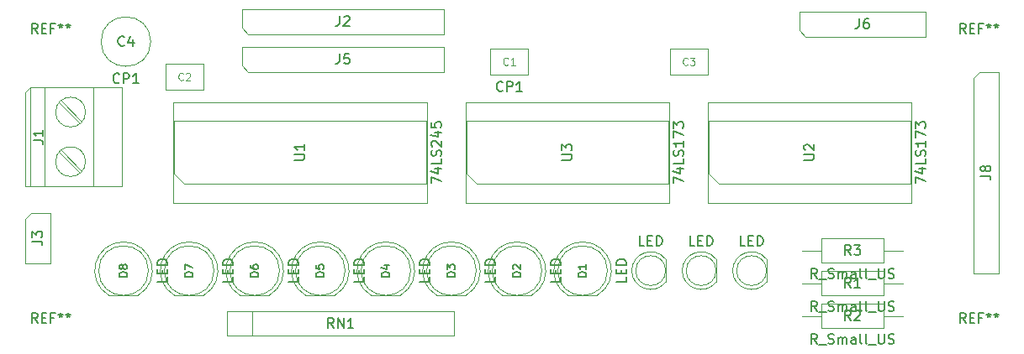
<source format=gbr>
%TF.GenerationSoftware,KiCad,Pcbnew,(5.1.9-0-10_14)*%
%TF.CreationDate,2021-05-20T01:37:57-04:00*%
%TF.ProjectId,REGISTER,52454749-5354-4455-922e-6b696361645f,rev?*%
%TF.SameCoordinates,Original*%
%TF.FileFunction,Other,Fab,Top*%
%FSLAX46Y46*%
G04 Gerber Fmt 4.6, Leading zero omitted, Abs format (unit mm)*
G04 Created by KiCad (PCBNEW (5.1.9-0-10_14)) date 2021-05-20 01:37:57*
%MOMM*%
%LPD*%
G01*
G04 APERTURE LIST*
%ADD10C,0.100000*%
%ADD11C,0.150000*%
%ADD12C,0.114000*%
%ADD13C,0.200000*%
G04 APERTURE END LIST*
D10*
%TO.C,J6*%
X141986000Y-69469000D02*
X141986000Y-67564000D01*
X141986000Y-67564000D02*
X154686000Y-67564000D01*
X154686000Y-67564000D02*
X154686000Y-70104000D01*
X154686000Y-70104000D02*
X142621000Y-70104000D01*
X142621000Y-70104000D02*
X141986000Y-69469000D01*
%TO.C,J2*%
X85852000Y-69215000D02*
X85852000Y-67310000D01*
X85852000Y-67310000D02*
X106172000Y-67310000D01*
X106172000Y-67310000D02*
X106172000Y-69850000D01*
X106172000Y-69850000D02*
X86487000Y-69850000D01*
X86487000Y-69850000D02*
X85852000Y-69215000D01*
%TO.C,C1*%
X110856000Y-71344000D02*
X110856000Y-73944000D01*
X110856000Y-73944000D02*
X114656000Y-73944000D01*
X114656000Y-73944000D02*
X114656000Y-71344000D01*
X114656000Y-71344000D02*
X110856000Y-71344000D01*
%TO.C,D11*%
X138660555Y-92560524D02*
G75*
G03*
X138660000Y-94892190I-1500555J-1165476D01*
G01*
X138660000Y-93726000D02*
G75*
G03*
X138660000Y-93726000I-1500000J0D01*
G01*
X138660000Y-94892190D02*
X138660000Y-92559810D01*
%TO.C,D10*%
X133580555Y-92560524D02*
G75*
G03*
X133580000Y-94892190I-1500555J-1165476D01*
G01*
X133580000Y-93726000D02*
G75*
G03*
X133580000Y-93726000I-1500000J0D01*
G01*
X133580000Y-94892190D02*
X133580000Y-92559810D01*
%TO.C,D9*%
X128500555Y-92560524D02*
G75*
G03*
X128500000Y-94892190I-1500555J-1165476D01*
G01*
X128500000Y-93726000D02*
G75*
G03*
X128500000Y-93726000I-1500000J0D01*
G01*
X128500000Y-94892190D02*
X128500000Y-92559810D01*
%TO.C,C4*%
X76652000Y-70612000D02*
G75*
G03*
X76652000Y-70612000I-2500000J0D01*
G01*
%TO.C,C3*%
X132730000Y-73944000D02*
X132730000Y-71344000D01*
X132730000Y-71344000D02*
X128930000Y-71344000D01*
X128930000Y-71344000D02*
X128930000Y-73944000D01*
X128930000Y-73944000D02*
X132730000Y-73944000D01*
%TO.C,C2*%
X81930000Y-75468000D02*
X81930000Y-72868000D01*
X81930000Y-72868000D02*
X78130000Y-72868000D01*
X78130000Y-72868000D02*
X78130000Y-75468000D01*
X78130000Y-75468000D02*
X81930000Y-75468000D01*
%TO.C,U3*%
X108458000Y-83963000D02*
X108458000Y-78613000D01*
X108458000Y-78613000D02*
X128778000Y-78613000D01*
X128778000Y-78613000D02*
X128778000Y-84963000D01*
X128778000Y-84963000D02*
X109458000Y-84963000D01*
X109458000Y-84963000D02*
X108458000Y-83963000D01*
X108398000Y-86868000D02*
X128838000Y-86868000D01*
X128838000Y-86868000D02*
X128838000Y-76708000D01*
X128838000Y-76708000D02*
X108398000Y-76708000D01*
X108398000Y-76708000D02*
X108398000Y-86868000D01*
%TO.C,U2*%
X132842000Y-83963000D02*
X132842000Y-78613000D01*
X132842000Y-78613000D02*
X153162000Y-78613000D01*
X153162000Y-78613000D02*
X153162000Y-84963000D01*
X153162000Y-84963000D02*
X133842000Y-84963000D01*
X133842000Y-84963000D02*
X132842000Y-83963000D01*
X132782000Y-86868000D02*
X153222000Y-86868000D01*
X153222000Y-86868000D02*
X153222000Y-76708000D01*
X153222000Y-76708000D02*
X132782000Y-76708000D01*
X132782000Y-76708000D02*
X132782000Y-86868000D01*
%TO.C,U1*%
X78994000Y-83963000D02*
X78994000Y-78613000D01*
X78994000Y-78613000D02*
X104394000Y-78613000D01*
X104394000Y-78613000D02*
X104394000Y-84963000D01*
X104394000Y-84963000D02*
X79994000Y-84963000D01*
X79994000Y-84963000D02*
X78994000Y-83963000D01*
X78934000Y-86868000D02*
X104454000Y-86868000D01*
X104454000Y-86868000D02*
X104454000Y-76708000D01*
X104454000Y-76708000D02*
X78934000Y-76708000D01*
X78934000Y-76708000D02*
X78934000Y-86868000D01*
%TO.C,RN1*%
X84308000Y-97810000D02*
X84308000Y-100310000D01*
X84308000Y-100310000D02*
X107208000Y-100310000D01*
X107208000Y-100310000D02*
X107208000Y-97810000D01*
X107208000Y-97810000D02*
X84308000Y-97810000D01*
X86868000Y-97810000D02*
X86868000Y-100310000D01*
%TO.C,R3*%
X144170000Y-90444000D02*
X144170000Y-92944000D01*
X144170000Y-92944000D02*
X150470000Y-92944000D01*
X150470000Y-92944000D02*
X150470000Y-90444000D01*
X150470000Y-90444000D02*
X144170000Y-90444000D01*
X142240000Y-91694000D02*
X144170000Y-91694000D01*
X152400000Y-91694000D02*
X150470000Y-91694000D01*
%TO.C,R2*%
X144170000Y-97048000D02*
X144170000Y-99548000D01*
X144170000Y-99548000D02*
X150470000Y-99548000D01*
X150470000Y-99548000D02*
X150470000Y-97048000D01*
X150470000Y-97048000D02*
X144170000Y-97048000D01*
X142240000Y-98298000D02*
X144170000Y-98298000D01*
X152400000Y-98298000D02*
X150470000Y-98298000D01*
%TO.C,R1*%
X144170000Y-93746000D02*
X144170000Y-96246000D01*
X144170000Y-96246000D02*
X150470000Y-96246000D01*
X150470000Y-96246000D02*
X150470000Y-93746000D01*
X150470000Y-93746000D02*
X144170000Y-93746000D01*
X142240000Y-94996000D02*
X144170000Y-94996000D01*
X152400000Y-94996000D02*
X150470000Y-94996000D01*
%TO.C,J8*%
X160147000Y-73660000D02*
X162052000Y-73660000D01*
X162052000Y-73660000D02*
X162052000Y-93980000D01*
X162052000Y-93980000D02*
X159512000Y-93980000D01*
X159512000Y-93980000D02*
X159512000Y-74295000D01*
X159512000Y-74295000D02*
X160147000Y-73660000D01*
%TO.C,J5*%
X85852000Y-73025000D02*
X85852000Y-71120000D01*
X85852000Y-71120000D02*
X106172000Y-71120000D01*
X106172000Y-71120000D02*
X106172000Y-73660000D01*
X106172000Y-73660000D02*
X86487000Y-73660000D01*
X86487000Y-73660000D02*
X85852000Y-73025000D01*
%TO.C,J3*%
X64643000Y-87884000D02*
X66548000Y-87884000D01*
X66548000Y-87884000D02*
X66548000Y-92964000D01*
X66548000Y-92964000D02*
X64008000Y-92964000D01*
X64008000Y-92964000D02*
X64008000Y-88519000D01*
X64008000Y-88519000D02*
X64643000Y-87884000D01*
%TO.C,J1*%
X70080000Y-77724000D02*
G75*
G03*
X70080000Y-77724000I-1500000J0D01*
G01*
X70080000Y-82724000D02*
G75*
G03*
X70080000Y-82724000I-1500000J0D01*
G01*
X73780000Y-75224000D02*
X73780000Y-85224000D01*
X73780000Y-85224000D02*
X63980000Y-85224000D01*
X63980000Y-85224000D02*
X63980000Y-75724000D01*
X63980000Y-75724000D02*
X64480000Y-75224000D01*
X64480000Y-75224000D02*
X73780000Y-75224000D01*
X64480000Y-75224000D02*
X64480000Y-85224000D01*
X65980000Y-75224000D02*
X65980000Y-85224000D01*
X70880000Y-75224000D02*
X70880000Y-85224000D01*
X69535000Y-78862000D02*
X67442000Y-76769000D01*
X69718000Y-78679000D02*
X67625000Y-76586000D01*
X69535000Y-83862000D02*
X67442000Y-81770000D01*
X69718000Y-83679000D02*
X67625000Y-81587000D01*
%TO.C,D8*%
X75383666Y-96226016D02*
G75*
G03*
X72444306Y-96226000I-1469666J2500016D01*
G01*
X76414000Y-93726000D02*
G75*
G03*
X76414000Y-93726000I-2500000J0D01*
G01*
X72444306Y-96226000D02*
X75383694Y-96226000D01*
%TO.C,D7*%
X81987666Y-96226016D02*
G75*
G03*
X79048306Y-96226000I-1469666J2500016D01*
G01*
X83018000Y-93726000D02*
G75*
G03*
X83018000Y-93726000I-2500000J0D01*
G01*
X79048306Y-96226000D02*
X81987694Y-96226000D01*
%TO.C,D6*%
X88591666Y-96226016D02*
G75*
G03*
X85652306Y-96226000I-1469666J2500016D01*
G01*
X89622000Y-93726000D02*
G75*
G03*
X89622000Y-93726000I-2500000J0D01*
G01*
X85652306Y-96226000D02*
X88591694Y-96226000D01*
%TO.C,D5*%
X95195666Y-96226016D02*
G75*
G03*
X92256306Y-96226000I-1469666J2500016D01*
G01*
X96226000Y-93726000D02*
G75*
G03*
X96226000Y-93726000I-2500000J0D01*
G01*
X92256306Y-96226000D02*
X95195694Y-96226000D01*
%TO.C,D4*%
X101799666Y-96226016D02*
G75*
G03*
X98860306Y-96226000I-1469666J2500016D01*
G01*
X102830000Y-93726000D02*
G75*
G03*
X102830000Y-93726000I-2500000J0D01*
G01*
X98860306Y-96226000D02*
X101799694Y-96226000D01*
%TO.C,D3*%
X108403666Y-96226016D02*
G75*
G03*
X105464306Y-96226000I-1469666J2500016D01*
G01*
X109434000Y-93726000D02*
G75*
G03*
X109434000Y-93726000I-2500000J0D01*
G01*
X105464306Y-96226000D02*
X108403694Y-96226000D01*
%TO.C,D2*%
X115007666Y-96226016D02*
G75*
G03*
X112068306Y-96226000I-1469666J2500016D01*
G01*
X116038000Y-93726000D02*
G75*
G03*
X116038000Y-93726000I-2500000J0D01*
G01*
X112068306Y-96226000D02*
X115007694Y-96226000D01*
%TO.C,D1*%
X121611666Y-96226016D02*
G75*
G03*
X118672306Y-96226000I-1469666J2500016D01*
G01*
X122642000Y-93726000D02*
G75*
G03*
X122642000Y-93726000I-2500000J0D01*
G01*
X118672306Y-96226000D02*
X121611694Y-96226000D01*
%TD*%
%TO.C,REF\u002A\u002A*%
D11*
X158732666Y-69794380D02*
X158399333Y-69318190D01*
X158161238Y-69794380D02*
X158161238Y-68794380D01*
X158542190Y-68794380D01*
X158637428Y-68842000D01*
X158685047Y-68889619D01*
X158732666Y-68984857D01*
X158732666Y-69127714D01*
X158685047Y-69222952D01*
X158637428Y-69270571D01*
X158542190Y-69318190D01*
X158161238Y-69318190D01*
X159161238Y-69270571D02*
X159494571Y-69270571D01*
X159637428Y-69794380D02*
X159161238Y-69794380D01*
X159161238Y-68794380D01*
X159637428Y-68794380D01*
X160399333Y-69270571D02*
X160066000Y-69270571D01*
X160066000Y-69794380D02*
X160066000Y-68794380D01*
X160542190Y-68794380D01*
X161066000Y-68794380D02*
X161066000Y-69032476D01*
X160827904Y-68937238D02*
X161066000Y-69032476D01*
X161304095Y-68937238D01*
X160923142Y-69222952D02*
X161066000Y-69032476D01*
X161208857Y-69222952D01*
X161827904Y-68794380D02*
X161827904Y-69032476D01*
X161589809Y-68937238D02*
X161827904Y-69032476D01*
X162066000Y-68937238D01*
X161685047Y-69222952D02*
X161827904Y-69032476D01*
X161970761Y-69222952D01*
X158732666Y-99004380D02*
X158399333Y-98528190D01*
X158161238Y-99004380D02*
X158161238Y-98004380D01*
X158542190Y-98004380D01*
X158637428Y-98052000D01*
X158685047Y-98099619D01*
X158732666Y-98194857D01*
X158732666Y-98337714D01*
X158685047Y-98432952D01*
X158637428Y-98480571D01*
X158542190Y-98528190D01*
X158161238Y-98528190D01*
X159161238Y-98480571D02*
X159494571Y-98480571D01*
X159637428Y-99004380D02*
X159161238Y-99004380D01*
X159161238Y-98004380D01*
X159637428Y-98004380D01*
X160399333Y-98480571D02*
X160066000Y-98480571D01*
X160066000Y-99004380D02*
X160066000Y-98004380D01*
X160542190Y-98004380D01*
X161066000Y-98004380D02*
X161066000Y-98242476D01*
X160827904Y-98147238D02*
X161066000Y-98242476D01*
X161304095Y-98147238D01*
X160923142Y-98432952D02*
X161066000Y-98242476D01*
X161208857Y-98432952D01*
X161827904Y-98004380D02*
X161827904Y-98242476D01*
X161589809Y-98147238D02*
X161827904Y-98242476D01*
X162066000Y-98147238D01*
X161685047Y-98432952D02*
X161827904Y-98242476D01*
X161970761Y-98432952D01*
X65260666Y-99004380D02*
X64927333Y-98528190D01*
X64689238Y-99004380D02*
X64689238Y-98004380D01*
X65070190Y-98004380D01*
X65165428Y-98052000D01*
X65213047Y-98099619D01*
X65260666Y-98194857D01*
X65260666Y-98337714D01*
X65213047Y-98432952D01*
X65165428Y-98480571D01*
X65070190Y-98528190D01*
X64689238Y-98528190D01*
X65689238Y-98480571D02*
X66022571Y-98480571D01*
X66165428Y-99004380D02*
X65689238Y-99004380D01*
X65689238Y-98004380D01*
X66165428Y-98004380D01*
X66927333Y-98480571D02*
X66594000Y-98480571D01*
X66594000Y-99004380D02*
X66594000Y-98004380D01*
X67070190Y-98004380D01*
X67594000Y-98004380D02*
X67594000Y-98242476D01*
X67355904Y-98147238D02*
X67594000Y-98242476D01*
X67832095Y-98147238D01*
X67451142Y-98432952D02*
X67594000Y-98242476D01*
X67736857Y-98432952D01*
X68355904Y-98004380D02*
X68355904Y-98242476D01*
X68117809Y-98147238D02*
X68355904Y-98242476D01*
X68594000Y-98147238D01*
X68213047Y-98432952D02*
X68355904Y-98242476D01*
X68498761Y-98432952D01*
X65260666Y-69794380D02*
X64927333Y-69318190D01*
X64689238Y-69794380D02*
X64689238Y-68794380D01*
X65070190Y-68794380D01*
X65165428Y-68842000D01*
X65213047Y-68889619D01*
X65260666Y-68984857D01*
X65260666Y-69127714D01*
X65213047Y-69222952D01*
X65165428Y-69270571D01*
X65070190Y-69318190D01*
X64689238Y-69318190D01*
X65689238Y-69270571D02*
X66022571Y-69270571D01*
X66165428Y-69794380D02*
X65689238Y-69794380D01*
X65689238Y-68794380D01*
X66165428Y-68794380D01*
X66927333Y-69270571D02*
X66594000Y-69270571D01*
X66594000Y-69794380D02*
X66594000Y-68794380D01*
X67070190Y-68794380D01*
X67594000Y-68794380D02*
X67594000Y-69032476D01*
X67355904Y-68937238D02*
X67594000Y-69032476D01*
X67832095Y-68937238D01*
X67451142Y-69222952D02*
X67594000Y-69032476D01*
X67736857Y-69222952D01*
X68355904Y-68794380D02*
X68355904Y-69032476D01*
X68117809Y-68937238D02*
X68355904Y-69032476D01*
X68594000Y-68937238D01*
X68213047Y-69222952D02*
X68355904Y-69032476D01*
X68498761Y-69222952D01*
%TO.C,J6*%
X148002666Y-68286380D02*
X148002666Y-69000666D01*
X147955047Y-69143523D01*
X147859809Y-69238761D01*
X147716952Y-69286380D01*
X147621714Y-69286380D01*
X148907428Y-68286380D02*
X148716952Y-68286380D01*
X148621714Y-68334000D01*
X148574095Y-68381619D01*
X148478857Y-68524476D01*
X148431238Y-68714952D01*
X148431238Y-69095904D01*
X148478857Y-69191142D01*
X148526476Y-69238761D01*
X148621714Y-69286380D01*
X148812190Y-69286380D01*
X148907428Y-69238761D01*
X148955047Y-69191142D01*
X149002666Y-69095904D01*
X149002666Y-68857809D01*
X148955047Y-68762571D01*
X148907428Y-68714952D01*
X148812190Y-68667333D01*
X148621714Y-68667333D01*
X148526476Y-68714952D01*
X148478857Y-68762571D01*
X148431238Y-68857809D01*
%TO.C,J2*%
X95678666Y-68032380D02*
X95678666Y-68746666D01*
X95631047Y-68889523D01*
X95535809Y-68984761D01*
X95392952Y-69032380D01*
X95297714Y-69032380D01*
X96107238Y-68127619D02*
X96154857Y-68080000D01*
X96250095Y-68032380D01*
X96488190Y-68032380D01*
X96583428Y-68080000D01*
X96631047Y-68127619D01*
X96678666Y-68222857D01*
X96678666Y-68318095D01*
X96631047Y-68460952D01*
X96059619Y-69032380D01*
X96678666Y-69032380D01*
%TO.C,C1*%
X112089333Y-75551142D02*
X112041714Y-75598761D01*
X111898857Y-75646380D01*
X111803619Y-75646380D01*
X111660761Y-75598761D01*
X111565523Y-75503523D01*
X111517904Y-75408285D01*
X111470285Y-75217809D01*
X111470285Y-75074952D01*
X111517904Y-74884476D01*
X111565523Y-74789238D01*
X111660761Y-74694000D01*
X111803619Y-74646380D01*
X111898857Y-74646380D01*
X112041714Y-74694000D01*
X112089333Y-74741619D01*
X112517904Y-75646380D02*
X112517904Y-74646380D01*
X112898857Y-74646380D01*
X112994095Y-74694000D01*
X113041714Y-74741619D01*
X113089333Y-74836857D01*
X113089333Y-74979714D01*
X113041714Y-75074952D01*
X112994095Y-75122571D01*
X112898857Y-75170190D01*
X112517904Y-75170190D01*
X114041714Y-75646380D02*
X113470285Y-75646380D01*
X113756000Y-75646380D02*
X113756000Y-74646380D01*
X113660761Y-74789238D01*
X113565523Y-74884476D01*
X113470285Y-74932095D01*
D12*
X112629333Y-72915428D02*
X112593142Y-72951619D01*
X112484571Y-72987809D01*
X112412190Y-72987809D01*
X112303619Y-72951619D01*
X112231238Y-72879238D01*
X112195047Y-72806857D01*
X112158857Y-72662095D01*
X112158857Y-72553523D01*
X112195047Y-72408761D01*
X112231238Y-72336380D01*
X112303619Y-72264000D01*
X112412190Y-72227809D01*
X112484571Y-72227809D01*
X112593142Y-72264000D01*
X112629333Y-72300190D01*
X113353142Y-72987809D02*
X112918857Y-72987809D01*
X113136000Y-72987809D02*
X113136000Y-72227809D01*
X113063619Y-72336380D01*
X112991238Y-72408761D01*
X112918857Y-72444952D01*
%TO.C,D11*%
D11*
X136517142Y-91218380D02*
X136040952Y-91218380D01*
X136040952Y-90218380D01*
X136850476Y-90694571D02*
X137183809Y-90694571D01*
X137326666Y-91218380D02*
X136850476Y-91218380D01*
X136850476Y-90218380D01*
X137326666Y-90218380D01*
X137755238Y-91218380D02*
X137755238Y-90218380D01*
X137993333Y-90218380D01*
X138136190Y-90266000D01*
X138231428Y-90361238D01*
X138279047Y-90456476D01*
X138326666Y-90646952D01*
X138326666Y-90789809D01*
X138279047Y-90980285D01*
X138231428Y-91075523D01*
X138136190Y-91170761D01*
X137993333Y-91218380D01*
X137755238Y-91218380D01*
%TO.C,D10*%
X131437142Y-91218380D02*
X130960952Y-91218380D01*
X130960952Y-90218380D01*
X131770476Y-90694571D02*
X132103809Y-90694571D01*
X132246666Y-91218380D02*
X131770476Y-91218380D01*
X131770476Y-90218380D01*
X132246666Y-90218380D01*
X132675238Y-91218380D02*
X132675238Y-90218380D01*
X132913333Y-90218380D01*
X133056190Y-90266000D01*
X133151428Y-90361238D01*
X133199047Y-90456476D01*
X133246666Y-90646952D01*
X133246666Y-90789809D01*
X133199047Y-90980285D01*
X133151428Y-91075523D01*
X133056190Y-91170761D01*
X132913333Y-91218380D01*
X132675238Y-91218380D01*
%TO.C,D9*%
X126357142Y-91218380D02*
X125880952Y-91218380D01*
X125880952Y-90218380D01*
X126690476Y-90694571D02*
X127023809Y-90694571D01*
X127166666Y-91218380D02*
X126690476Y-91218380D01*
X126690476Y-90218380D01*
X127166666Y-90218380D01*
X127595238Y-91218380D02*
X127595238Y-90218380D01*
X127833333Y-90218380D01*
X127976190Y-90266000D01*
X128071428Y-90361238D01*
X128119047Y-90456476D01*
X128166666Y-90646952D01*
X128166666Y-90789809D01*
X128119047Y-90980285D01*
X128071428Y-91075523D01*
X127976190Y-91170761D01*
X127833333Y-91218380D01*
X127595238Y-91218380D01*
%TO.C,C4*%
X73485333Y-74719142D02*
X73437714Y-74766761D01*
X73294857Y-74814380D01*
X73199619Y-74814380D01*
X73056761Y-74766761D01*
X72961523Y-74671523D01*
X72913904Y-74576285D01*
X72866285Y-74385809D01*
X72866285Y-74242952D01*
X72913904Y-74052476D01*
X72961523Y-73957238D01*
X73056761Y-73862000D01*
X73199619Y-73814380D01*
X73294857Y-73814380D01*
X73437714Y-73862000D01*
X73485333Y-73909619D01*
X73913904Y-74814380D02*
X73913904Y-73814380D01*
X74294857Y-73814380D01*
X74390095Y-73862000D01*
X74437714Y-73909619D01*
X74485333Y-74004857D01*
X74485333Y-74147714D01*
X74437714Y-74242952D01*
X74390095Y-74290571D01*
X74294857Y-74338190D01*
X73913904Y-74338190D01*
X75437714Y-74814380D02*
X74866285Y-74814380D01*
X75152000Y-74814380D02*
X75152000Y-73814380D01*
X75056761Y-73957238D01*
X74961523Y-74052476D01*
X74866285Y-74100095D01*
X73985333Y-70969142D02*
X73937714Y-71016761D01*
X73794857Y-71064380D01*
X73699619Y-71064380D01*
X73556761Y-71016761D01*
X73461523Y-70921523D01*
X73413904Y-70826285D01*
X73366285Y-70635809D01*
X73366285Y-70492952D01*
X73413904Y-70302476D01*
X73461523Y-70207238D01*
X73556761Y-70112000D01*
X73699619Y-70064380D01*
X73794857Y-70064380D01*
X73937714Y-70112000D01*
X73985333Y-70159619D01*
X74842476Y-70397714D02*
X74842476Y-71064380D01*
X74604380Y-70016761D02*
X74366285Y-70731047D01*
X74985333Y-70731047D01*
%TO.C,C3*%
D12*
X130703333Y-72915428D02*
X130667142Y-72951619D01*
X130558571Y-72987809D01*
X130486190Y-72987809D01*
X130377619Y-72951619D01*
X130305238Y-72879238D01*
X130269047Y-72806857D01*
X130232857Y-72662095D01*
X130232857Y-72553523D01*
X130269047Y-72408761D01*
X130305238Y-72336380D01*
X130377619Y-72264000D01*
X130486190Y-72227809D01*
X130558571Y-72227809D01*
X130667142Y-72264000D01*
X130703333Y-72300190D01*
X130956666Y-72227809D02*
X131427142Y-72227809D01*
X131173809Y-72517333D01*
X131282380Y-72517333D01*
X131354761Y-72553523D01*
X131390952Y-72589714D01*
X131427142Y-72662095D01*
X131427142Y-72843047D01*
X131390952Y-72915428D01*
X131354761Y-72951619D01*
X131282380Y-72987809D01*
X131065238Y-72987809D01*
X130992857Y-72951619D01*
X130956666Y-72915428D01*
%TO.C,C2*%
X79903333Y-74439428D02*
X79867142Y-74475619D01*
X79758571Y-74511809D01*
X79686190Y-74511809D01*
X79577619Y-74475619D01*
X79505238Y-74403238D01*
X79469047Y-74330857D01*
X79432857Y-74186095D01*
X79432857Y-74077523D01*
X79469047Y-73932761D01*
X79505238Y-73860380D01*
X79577619Y-73788000D01*
X79686190Y-73751809D01*
X79758571Y-73751809D01*
X79867142Y-73788000D01*
X79903333Y-73824190D01*
X80192857Y-73824190D02*
X80229047Y-73788000D01*
X80301428Y-73751809D01*
X80482380Y-73751809D01*
X80554761Y-73788000D01*
X80590952Y-73824190D01*
X80627142Y-73896571D01*
X80627142Y-73968952D01*
X80590952Y-74077523D01*
X80156666Y-74511809D01*
X80627142Y-74511809D01*
%TO.C,U3*%
D11*
X129290380Y-84907047D02*
X129290380Y-84240380D01*
X130290380Y-84668952D01*
X129623714Y-83430857D02*
X130290380Y-83430857D01*
X129242761Y-83668952D02*
X129957047Y-83907047D01*
X129957047Y-83288000D01*
X130290380Y-82430857D02*
X130290380Y-82907047D01*
X129290380Y-82907047D01*
X130242761Y-82145142D02*
X130290380Y-82002285D01*
X130290380Y-81764190D01*
X130242761Y-81668952D01*
X130195142Y-81621333D01*
X130099904Y-81573714D01*
X130004666Y-81573714D01*
X129909428Y-81621333D01*
X129861809Y-81668952D01*
X129814190Y-81764190D01*
X129766571Y-81954666D01*
X129718952Y-82049904D01*
X129671333Y-82097523D01*
X129576095Y-82145142D01*
X129480857Y-82145142D01*
X129385619Y-82097523D01*
X129338000Y-82049904D01*
X129290380Y-81954666D01*
X129290380Y-81716571D01*
X129338000Y-81573714D01*
X130290380Y-80621333D02*
X130290380Y-81192761D01*
X130290380Y-80907047D02*
X129290380Y-80907047D01*
X129433238Y-81002285D01*
X129528476Y-81097523D01*
X129576095Y-81192761D01*
X129290380Y-80288000D02*
X129290380Y-79621333D01*
X130290380Y-80049904D01*
X129290380Y-79335619D02*
X129290380Y-78716571D01*
X129671333Y-79049904D01*
X129671333Y-78907047D01*
X129718952Y-78811809D01*
X129766571Y-78764190D01*
X129861809Y-78716571D01*
X130099904Y-78716571D01*
X130195142Y-78764190D01*
X130242761Y-78811809D01*
X130290380Y-78907047D01*
X130290380Y-79192761D01*
X130242761Y-79288000D01*
X130195142Y-79335619D01*
X118070380Y-82549904D02*
X118879904Y-82549904D01*
X118975142Y-82502285D01*
X119022761Y-82454666D01*
X119070380Y-82359428D01*
X119070380Y-82168952D01*
X119022761Y-82073714D01*
X118975142Y-82026095D01*
X118879904Y-81978476D01*
X118070380Y-81978476D01*
X118070380Y-81597523D02*
X118070380Y-80978476D01*
X118451333Y-81311809D01*
X118451333Y-81168952D01*
X118498952Y-81073714D01*
X118546571Y-81026095D01*
X118641809Y-80978476D01*
X118879904Y-80978476D01*
X118975142Y-81026095D01*
X119022761Y-81073714D01*
X119070380Y-81168952D01*
X119070380Y-81454666D01*
X119022761Y-81549904D01*
X118975142Y-81597523D01*
%TO.C,U2*%
X153674380Y-84907047D02*
X153674380Y-84240380D01*
X154674380Y-84668952D01*
X154007714Y-83430857D02*
X154674380Y-83430857D01*
X153626761Y-83668952D02*
X154341047Y-83907047D01*
X154341047Y-83288000D01*
X154674380Y-82430857D02*
X154674380Y-82907047D01*
X153674380Y-82907047D01*
X154626761Y-82145142D02*
X154674380Y-82002285D01*
X154674380Y-81764190D01*
X154626761Y-81668952D01*
X154579142Y-81621333D01*
X154483904Y-81573714D01*
X154388666Y-81573714D01*
X154293428Y-81621333D01*
X154245809Y-81668952D01*
X154198190Y-81764190D01*
X154150571Y-81954666D01*
X154102952Y-82049904D01*
X154055333Y-82097523D01*
X153960095Y-82145142D01*
X153864857Y-82145142D01*
X153769619Y-82097523D01*
X153722000Y-82049904D01*
X153674380Y-81954666D01*
X153674380Y-81716571D01*
X153722000Y-81573714D01*
X154674380Y-80621333D02*
X154674380Y-81192761D01*
X154674380Y-80907047D02*
X153674380Y-80907047D01*
X153817238Y-81002285D01*
X153912476Y-81097523D01*
X153960095Y-81192761D01*
X153674380Y-80288000D02*
X153674380Y-79621333D01*
X154674380Y-80049904D01*
X153674380Y-79335619D02*
X153674380Y-78716571D01*
X154055333Y-79049904D01*
X154055333Y-78907047D01*
X154102952Y-78811809D01*
X154150571Y-78764190D01*
X154245809Y-78716571D01*
X154483904Y-78716571D01*
X154579142Y-78764190D01*
X154626761Y-78811809D01*
X154674380Y-78907047D01*
X154674380Y-79192761D01*
X154626761Y-79288000D01*
X154579142Y-79335619D01*
X142454380Y-82549904D02*
X143263904Y-82549904D01*
X143359142Y-82502285D01*
X143406761Y-82454666D01*
X143454380Y-82359428D01*
X143454380Y-82168952D01*
X143406761Y-82073714D01*
X143359142Y-82026095D01*
X143263904Y-81978476D01*
X142454380Y-81978476D01*
X142549619Y-81549904D02*
X142502000Y-81502285D01*
X142454380Y-81407047D01*
X142454380Y-81168952D01*
X142502000Y-81073714D01*
X142549619Y-81026095D01*
X142644857Y-80978476D01*
X142740095Y-80978476D01*
X142882952Y-81026095D01*
X143454380Y-81597523D01*
X143454380Y-80978476D01*
%TO.C,U1*%
X104906380Y-84907047D02*
X104906380Y-84240380D01*
X105906380Y-84668952D01*
X105239714Y-83430857D02*
X105906380Y-83430857D01*
X104858761Y-83668952D02*
X105573047Y-83907047D01*
X105573047Y-83288000D01*
X105906380Y-82430857D02*
X105906380Y-82907047D01*
X104906380Y-82907047D01*
X105858761Y-82145142D02*
X105906380Y-82002285D01*
X105906380Y-81764190D01*
X105858761Y-81668952D01*
X105811142Y-81621333D01*
X105715904Y-81573714D01*
X105620666Y-81573714D01*
X105525428Y-81621333D01*
X105477809Y-81668952D01*
X105430190Y-81764190D01*
X105382571Y-81954666D01*
X105334952Y-82049904D01*
X105287333Y-82097523D01*
X105192095Y-82145142D01*
X105096857Y-82145142D01*
X105001619Y-82097523D01*
X104954000Y-82049904D01*
X104906380Y-81954666D01*
X104906380Y-81716571D01*
X104954000Y-81573714D01*
X105001619Y-81192761D02*
X104954000Y-81145142D01*
X104906380Y-81049904D01*
X104906380Y-80811809D01*
X104954000Y-80716571D01*
X105001619Y-80668952D01*
X105096857Y-80621333D01*
X105192095Y-80621333D01*
X105334952Y-80668952D01*
X105906380Y-81240380D01*
X105906380Y-80621333D01*
X105239714Y-79764190D02*
X105906380Y-79764190D01*
X104858761Y-80002285D02*
X105573047Y-80240380D01*
X105573047Y-79621333D01*
X104906380Y-78764190D02*
X104906380Y-79240380D01*
X105382571Y-79288000D01*
X105334952Y-79240380D01*
X105287333Y-79145142D01*
X105287333Y-78907047D01*
X105334952Y-78811809D01*
X105382571Y-78764190D01*
X105477809Y-78716571D01*
X105715904Y-78716571D01*
X105811142Y-78764190D01*
X105858761Y-78811809D01*
X105906380Y-78907047D01*
X105906380Y-79145142D01*
X105858761Y-79240380D01*
X105811142Y-79288000D01*
X91146380Y-82549904D02*
X91955904Y-82549904D01*
X92051142Y-82502285D01*
X92098761Y-82454666D01*
X92146380Y-82359428D01*
X92146380Y-82168952D01*
X92098761Y-82073714D01*
X92051142Y-82026095D01*
X91955904Y-81978476D01*
X91146380Y-81978476D01*
X92146380Y-80978476D02*
X92146380Y-81549904D01*
X92146380Y-81264190D02*
X91146380Y-81264190D01*
X91289238Y-81359428D01*
X91384476Y-81454666D01*
X91432095Y-81549904D01*
%TO.C,RN1*%
X95067523Y-99512380D02*
X94734190Y-99036190D01*
X94496095Y-99512380D02*
X94496095Y-98512380D01*
X94877047Y-98512380D01*
X94972285Y-98560000D01*
X95019904Y-98607619D01*
X95067523Y-98702857D01*
X95067523Y-98845714D01*
X95019904Y-98940952D01*
X94972285Y-98988571D01*
X94877047Y-99036190D01*
X94496095Y-99036190D01*
X95496095Y-99512380D02*
X95496095Y-98512380D01*
X96067523Y-99512380D01*
X96067523Y-98512380D01*
X97067523Y-99512380D02*
X96496095Y-99512380D01*
X96781809Y-99512380D02*
X96781809Y-98512380D01*
X96686571Y-98655238D01*
X96591333Y-98750476D01*
X96496095Y-98798095D01*
%TO.C,R3*%
X143748571Y-94516380D02*
X143415238Y-94040190D01*
X143177142Y-94516380D02*
X143177142Y-93516380D01*
X143558095Y-93516380D01*
X143653333Y-93564000D01*
X143700952Y-93611619D01*
X143748571Y-93706857D01*
X143748571Y-93849714D01*
X143700952Y-93944952D01*
X143653333Y-93992571D01*
X143558095Y-94040190D01*
X143177142Y-94040190D01*
X143939047Y-94611619D02*
X144700952Y-94611619D01*
X144891428Y-94468761D02*
X145034285Y-94516380D01*
X145272380Y-94516380D01*
X145367619Y-94468761D01*
X145415238Y-94421142D01*
X145462857Y-94325904D01*
X145462857Y-94230666D01*
X145415238Y-94135428D01*
X145367619Y-94087809D01*
X145272380Y-94040190D01*
X145081904Y-93992571D01*
X144986666Y-93944952D01*
X144939047Y-93897333D01*
X144891428Y-93802095D01*
X144891428Y-93706857D01*
X144939047Y-93611619D01*
X144986666Y-93564000D01*
X145081904Y-93516380D01*
X145320000Y-93516380D01*
X145462857Y-93564000D01*
X145891428Y-94516380D02*
X145891428Y-93849714D01*
X145891428Y-93944952D02*
X145939047Y-93897333D01*
X146034285Y-93849714D01*
X146177142Y-93849714D01*
X146272380Y-93897333D01*
X146320000Y-93992571D01*
X146320000Y-94516380D01*
X146320000Y-93992571D02*
X146367619Y-93897333D01*
X146462857Y-93849714D01*
X146605714Y-93849714D01*
X146700952Y-93897333D01*
X146748571Y-93992571D01*
X146748571Y-94516380D01*
X147653333Y-94516380D02*
X147653333Y-93992571D01*
X147605714Y-93897333D01*
X147510476Y-93849714D01*
X147320000Y-93849714D01*
X147224761Y-93897333D01*
X147653333Y-94468761D02*
X147558095Y-94516380D01*
X147320000Y-94516380D01*
X147224761Y-94468761D01*
X147177142Y-94373523D01*
X147177142Y-94278285D01*
X147224761Y-94183047D01*
X147320000Y-94135428D01*
X147558095Y-94135428D01*
X147653333Y-94087809D01*
X148272380Y-94516380D02*
X148177142Y-94468761D01*
X148129523Y-94373523D01*
X148129523Y-93516380D01*
X148796190Y-94516380D02*
X148700952Y-94468761D01*
X148653333Y-94373523D01*
X148653333Y-93516380D01*
X148939047Y-94611619D02*
X149700952Y-94611619D01*
X149939047Y-93516380D02*
X149939047Y-94325904D01*
X149986666Y-94421142D01*
X150034285Y-94468761D01*
X150129523Y-94516380D01*
X150320000Y-94516380D01*
X150415238Y-94468761D01*
X150462857Y-94421142D01*
X150510476Y-94325904D01*
X150510476Y-93516380D01*
X150939047Y-94468761D02*
X151081904Y-94516380D01*
X151320000Y-94516380D01*
X151415238Y-94468761D01*
X151462857Y-94421142D01*
X151510476Y-94325904D01*
X151510476Y-94230666D01*
X151462857Y-94135428D01*
X151415238Y-94087809D01*
X151320000Y-94040190D01*
X151129523Y-93992571D01*
X151034285Y-93944952D01*
X150986666Y-93897333D01*
X150939047Y-93802095D01*
X150939047Y-93706857D01*
X150986666Y-93611619D01*
X151034285Y-93564000D01*
X151129523Y-93516380D01*
X151367619Y-93516380D01*
X151510476Y-93564000D01*
X147153333Y-92146380D02*
X146820000Y-91670190D01*
X146581904Y-92146380D02*
X146581904Y-91146380D01*
X146962857Y-91146380D01*
X147058095Y-91194000D01*
X147105714Y-91241619D01*
X147153333Y-91336857D01*
X147153333Y-91479714D01*
X147105714Y-91574952D01*
X147058095Y-91622571D01*
X146962857Y-91670190D01*
X146581904Y-91670190D01*
X147486666Y-91146380D02*
X148105714Y-91146380D01*
X147772380Y-91527333D01*
X147915238Y-91527333D01*
X148010476Y-91574952D01*
X148058095Y-91622571D01*
X148105714Y-91717809D01*
X148105714Y-91955904D01*
X148058095Y-92051142D01*
X148010476Y-92098761D01*
X147915238Y-92146380D01*
X147629523Y-92146380D01*
X147534285Y-92098761D01*
X147486666Y-92051142D01*
%TO.C,R2*%
X143748571Y-101120380D02*
X143415238Y-100644190D01*
X143177142Y-101120380D02*
X143177142Y-100120380D01*
X143558095Y-100120380D01*
X143653333Y-100168000D01*
X143700952Y-100215619D01*
X143748571Y-100310857D01*
X143748571Y-100453714D01*
X143700952Y-100548952D01*
X143653333Y-100596571D01*
X143558095Y-100644190D01*
X143177142Y-100644190D01*
X143939047Y-101215619D02*
X144700952Y-101215619D01*
X144891428Y-101072761D02*
X145034285Y-101120380D01*
X145272380Y-101120380D01*
X145367619Y-101072761D01*
X145415238Y-101025142D01*
X145462857Y-100929904D01*
X145462857Y-100834666D01*
X145415238Y-100739428D01*
X145367619Y-100691809D01*
X145272380Y-100644190D01*
X145081904Y-100596571D01*
X144986666Y-100548952D01*
X144939047Y-100501333D01*
X144891428Y-100406095D01*
X144891428Y-100310857D01*
X144939047Y-100215619D01*
X144986666Y-100168000D01*
X145081904Y-100120380D01*
X145320000Y-100120380D01*
X145462857Y-100168000D01*
X145891428Y-101120380D02*
X145891428Y-100453714D01*
X145891428Y-100548952D02*
X145939047Y-100501333D01*
X146034285Y-100453714D01*
X146177142Y-100453714D01*
X146272380Y-100501333D01*
X146320000Y-100596571D01*
X146320000Y-101120380D01*
X146320000Y-100596571D02*
X146367619Y-100501333D01*
X146462857Y-100453714D01*
X146605714Y-100453714D01*
X146700952Y-100501333D01*
X146748571Y-100596571D01*
X146748571Y-101120380D01*
X147653333Y-101120380D02*
X147653333Y-100596571D01*
X147605714Y-100501333D01*
X147510476Y-100453714D01*
X147320000Y-100453714D01*
X147224761Y-100501333D01*
X147653333Y-101072761D02*
X147558095Y-101120380D01*
X147320000Y-101120380D01*
X147224761Y-101072761D01*
X147177142Y-100977523D01*
X147177142Y-100882285D01*
X147224761Y-100787047D01*
X147320000Y-100739428D01*
X147558095Y-100739428D01*
X147653333Y-100691809D01*
X148272380Y-101120380D02*
X148177142Y-101072761D01*
X148129523Y-100977523D01*
X148129523Y-100120380D01*
X148796190Y-101120380D02*
X148700952Y-101072761D01*
X148653333Y-100977523D01*
X148653333Y-100120380D01*
X148939047Y-101215619D02*
X149700952Y-101215619D01*
X149939047Y-100120380D02*
X149939047Y-100929904D01*
X149986666Y-101025142D01*
X150034285Y-101072761D01*
X150129523Y-101120380D01*
X150320000Y-101120380D01*
X150415238Y-101072761D01*
X150462857Y-101025142D01*
X150510476Y-100929904D01*
X150510476Y-100120380D01*
X150939047Y-101072761D02*
X151081904Y-101120380D01*
X151320000Y-101120380D01*
X151415238Y-101072761D01*
X151462857Y-101025142D01*
X151510476Y-100929904D01*
X151510476Y-100834666D01*
X151462857Y-100739428D01*
X151415238Y-100691809D01*
X151320000Y-100644190D01*
X151129523Y-100596571D01*
X151034285Y-100548952D01*
X150986666Y-100501333D01*
X150939047Y-100406095D01*
X150939047Y-100310857D01*
X150986666Y-100215619D01*
X151034285Y-100168000D01*
X151129523Y-100120380D01*
X151367619Y-100120380D01*
X151510476Y-100168000D01*
X147153333Y-98750380D02*
X146820000Y-98274190D01*
X146581904Y-98750380D02*
X146581904Y-97750380D01*
X146962857Y-97750380D01*
X147058095Y-97798000D01*
X147105714Y-97845619D01*
X147153333Y-97940857D01*
X147153333Y-98083714D01*
X147105714Y-98178952D01*
X147058095Y-98226571D01*
X146962857Y-98274190D01*
X146581904Y-98274190D01*
X147534285Y-97845619D02*
X147581904Y-97798000D01*
X147677142Y-97750380D01*
X147915238Y-97750380D01*
X148010476Y-97798000D01*
X148058095Y-97845619D01*
X148105714Y-97940857D01*
X148105714Y-98036095D01*
X148058095Y-98178952D01*
X147486666Y-98750380D01*
X148105714Y-98750380D01*
%TO.C,R1*%
X143748571Y-97818380D02*
X143415238Y-97342190D01*
X143177142Y-97818380D02*
X143177142Y-96818380D01*
X143558095Y-96818380D01*
X143653333Y-96866000D01*
X143700952Y-96913619D01*
X143748571Y-97008857D01*
X143748571Y-97151714D01*
X143700952Y-97246952D01*
X143653333Y-97294571D01*
X143558095Y-97342190D01*
X143177142Y-97342190D01*
X143939047Y-97913619D02*
X144700952Y-97913619D01*
X144891428Y-97770761D02*
X145034285Y-97818380D01*
X145272380Y-97818380D01*
X145367619Y-97770761D01*
X145415238Y-97723142D01*
X145462857Y-97627904D01*
X145462857Y-97532666D01*
X145415238Y-97437428D01*
X145367619Y-97389809D01*
X145272380Y-97342190D01*
X145081904Y-97294571D01*
X144986666Y-97246952D01*
X144939047Y-97199333D01*
X144891428Y-97104095D01*
X144891428Y-97008857D01*
X144939047Y-96913619D01*
X144986666Y-96866000D01*
X145081904Y-96818380D01*
X145320000Y-96818380D01*
X145462857Y-96866000D01*
X145891428Y-97818380D02*
X145891428Y-97151714D01*
X145891428Y-97246952D02*
X145939047Y-97199333D01*
X146034285Y-97151714D01*
X146177142Y-97151714D01*
X146272380Y-97199333D01*
X146320000Y-97294571D01*
X146320000Y-97818380D01*
X146320000Y-97294571D02*
X146367619Y-97199333D01*
X146462857Y-97151714D01*
X146605714Y-97151714D01*
X146700952Y-97199333D01*
X146748571Y-97294571D01*
X146748571Y-97818380D01*
X147653333Y-97818380D02*
X147653333Y-97294571D01*
X147605714Y-97199333D01*
X147510476Y-97151714D01*
X147320000Y-97151714D01*
X147224761Y-97199333D01*
X147653333Y-97770761D02*
X147558095Y-97818380D01*
X147320000Y-97818380D01*
X147224761Y-97770761D01*
X147177142Y-97675523D01*
X147177142Y-97580285D01*
X147224761Y-97485047D01*
X147320000Y-97437428D01*
X147558095Y-97437428D01*
X147653333Y-97389809D01*
X148272380Y-97818380D02*
X148177142Y-97770761D01*
X148129523Y-97675523D01*
X148129523Y-96818380D01*
X148796190Y-97818380D02*
X148700952Y-97770761D01*
X148653333Y-97675523D01*
X148653333Y-96818380D01*
X148939047Y-97913619D02*
X149700952Y-97913619D01*
X149939047Y-96818380D02*
X149939047Y-97627904D01*
X149986666Y-97723142D01*
X150034285Y-97770761D01*
X150129523Y-97818380D01*
X150320000Y-97818380D01*
X150415238Y-97770761D01*
X150462857Y-97723142D01*
X150510476Y-97627904D01*
X150510476Y-96818380D01*
X150939047Y-97770761D02*
X151081904Y-97818380D01*
X151320000Y-97818380D01*
X151415238Y-97770761D01*
X151462857Y-97723142D01*
X151510476Y-97627904D01*
X151510476Y-97532666D01*
X151462857Y-97437428D01*
X151415238Y-97389809D01*
X151320000Y-97342190D01*
X151129523Y-97294571D01*
X151034285Y-97246952D01*
X150986666Y-97199333D01*
X150939047Y-97104095D01*
X150939047Y-97008857D01*
X150986666Y-96913619D01*
X151034285Y-96866000D01*
X151129523Y-96818380D01*
X151367619Y-96818380D01*
X151510476Y-96866000D01*
X147153333Y-95448380D02*
X146820000Y-94972190D01*
X146581904Y-95448380D02*
X146581904Y-94448380D01*
X146962857Y-94448380D01*
X147058095Y-94496000D01*
X147105714Y-94543619D01*
X147153333Y-94638857D01*
X147153333Y-94781714D01*
X147105714Y-94876952D01*
X147058095Y-94924571D01*
X146962857Y-94972190D01*
X146581904Y-94972190D01*
X148105714Y-95448380D02*
X147534285Y-95448380D01*
X147820000Y-95448380D02*
X147820000Y-94448380D01*
X147724761Y-94591238D01*
X147629523Y-94686476D01*
X147534285Y-94734095D01*
%TO.C,J8*%
X160234380Y-84153333D02*
X160948666Y-84153333D01*
X161091523Y-84200952D01*
X161186761Y-84296190D01*
X161234380Y-84439047D01*
X161234380Y-84534285D01*
X160662952Y-83534285D02*
X160615333Y-83629523D01*
X160567714Y-83677142D01*
X160472476Y-83724761D01*
X160424857Y-83724761D01*
X160329619Y-83677142D01*
X160282000Y-83629523D01*
X160234380Y-83534285D01*
X160234380Y-83343809D01*
X160282000Y-83248571D01*
X160329619Y-83200952D01*
X160424857Y-83153333D01*
X160472476Y-83153333D01*
X160567714Y-83200952D01*
X160615333Y-83248571D01*
X160662952Y-83343809D01*
X160662952Y-83534285D01*
X160710571Y-83629523D01*
X160758190Y-83677142D01*
X160853428Y-83724761D01*
X161043904Y-83724761D01*
X161139142Y-83677142D01*
X161186761Y-83629523D01*
X161234380Y-83534285D01*
X161234380Y-83343809D01*
X161186761Y-83248571D01*
X161139142Y-83200952D01*
X161043904Y-83153333D01*
X160853428Y-83153333D01*
X160758190Y-83200952D01*
X160710571Y-83248571D01*
X160662952Y-83343809D01*
%TO.C,J5*%
X95678666Y-71842380D02*
X95678666Y-72556666D01*
X95631047Y-72699523D01*
X95535809Y-72794761D01*
X95392952Y-72842380D01*
X95297714Y-72842380D01*
X96631047Y-71842380D02*
X96154857Y-71842380D01*
X96107238Y-72318571D01*
X96154857Y-72270952D01*
X96250095Y-72223333D01*
X96488190Y-72223333D01*
X96583428Y-72270952D01*
X96631047Y-72318571D01*
X96678666Y-72413809D01*
X96678666Y-72651904D01*
X96631047Y-72747142D01*
X96583428Y-72794761D01*
X96488190Y-72842380D01*
X96250095Y-72842380D01*
X96154857Y-72794761D01*
X96107238Y-72747142D01*
%TO.C,J3*%
X64730380Y-90757333D02*
X65444666Y-90757333D01*
X65587523Y-90804952D01*
X65682761Y-90900190D01*
X65730380Y-91043047D01*
X65730380Y-91138285D01*
X64730380Y-90376380D02*
X64730380Y-89757333D01*
X65111333Y-90090666D01*
X65111333Y-89947809D01*
X65158952Y-89852571D01*
X65206571Y-89804952D01*
X65301809Y-89757333D01*
X65539904Y-89757333D01*
X65635142Y-89804952D01*
X65682761Y-89852571D01*
X65730380Y-89947809D01*
X65730380Y-90233523D01*
X65682761Y-90328761D01*
X65635142Y-90376380D01*
%TO.C,J1*%
X64832380Y-80557333D02*
X65546666Y-80557333D01*
X65689523Y-80604952D01*
X65784761Y-80700190D01*
X65832380Y-80843047D01*
X65832380Y-80938285D01*
X65832380Y-79557333D02*
X65832380Y-80128761D01*
X65832380Y-79843047D02*
X64832380Y-79843047D01*
X64975238Y-79938285D01*
X65070476Y-80033523D01*
X65118095Y-80128761D01*
%TO.C,D8*%
X78326380Y-94368857D02*
X78326380Y-94845047D01*
X77326380Y-94845047D01*
X77802571Y-94035523D02*
X77802571Y-93702190D01*
X78326380Y-93559333D02*
X78326380Y-94035523D01*
X77326380Y-94035523D01*
X77326380Y-93559333D01*
X78326380Y-93130761D02*
X77326380Y-93130761D01*
X77326380Y-92892666D01*
X77374000Y-92749809D01*
X77469238Y-92654571D01*
X77564476Y-92606952D01*
X77754952Y-92559333D01*
X77897809Y-92559333D01*
X78088285Y-92606952D01*
X78183523Y-92654571D01*
X78278761Y-92749809D01*
X78326380Y-92892666D01*
X78326380Y-93130761D01*
D13*
X74275904Y-94336476D02*
X73475904Y-94336476D01*
X73475904Y-94146000D01*
X73514000Y-94031714D01*
X73590190Y-93955523D01*
X73666380Y-93917428D01*
X73818761Y-93879333D01*
X73933047Y-93879333D01*
X74085428Y-93917428D01*
X74161619Y-93955523D01*
X74237809Y-94031714D01*
X74275904Y-94146000D01*
X74275904Y-94336476D01*
X73818761Y-93422190D02*
X73780666Y-93498380D01*
X73742571Y-93536476D01*
X73666380Y-93574571D01*
X73628285Y-93574571D01*
X73552095Y-93536476D01*
X73514000Y-93498380D01*
X73475904Y-93422190D01*
X73475904Y-93269809D01*
X73514000Y-93193619D01*
X73552095Y-93155523D01*
X73628285Y-93117428D01*
X73666380Y-93117428D01*
X73742571Y-93155523D01*
X73780666Y-93193619D01*
X73818761Y-93269809D01*
X73818761Y-93422190D01*
X73856857Y-93498380D01*
X73894952Y-93536476D01*
X73971142Y-93574571D01*
X74123523Y-93574571D01*
X74199714Y-93536476D01*
X74237809Y-93498380D01*
X74275904Y-93422190D01*
X74275904Y-93269809D01*
X74237809Y-93193619D01*
X74199714Y-93155523D01*
X74123523Y-93117428D01*
X73971142Y-93117428D01*
X73894952Y-93155523D01*
X73856857Y-93193619D01*
X73818761Y-93269809D01*
%TO.C,D7*%
D11*
X84930380Y-94368857D02*
X84930380Y-94845047D01*
X83930380Y-94845047D01*
X84406571Y-94035523D02*
X84406571Y-93702190D01*
X84930380Y-93559333D02*
X84930380Y-94035523D01*
X83930380Y-94035523D01*
X83930380Y-93559333D01*
X84930380Y-93130761D02*
X83930380Y-93130761D01*
X83930380Y-92892666D01*
X83978000Y-92749809D01*
X84073238Y-92654571D01*
X84168476Y-92606952D01*
X84358952Y-92559333D01*
X84501809Y-92559333D01*
X84692285Y-92606952D01*
X84787523Y-92654571D01*
X84882761Y-92749809D01*
X84930380Y-92892666D01*
X84930380Y-93130761D01*
D13*
X80879904Y-94336476D02*
X80079904Y-94336476D01*
X80079904Y-94146000D01*
X80118000Y-94031714D01*
X80194190Y-93955523D01*
X80270380Y-93917428D01*
X80422761Y-93879333D01*
X80537047Y-93879333D01*
X80689428Y-93917428D01*
X80765619Y-93955523D01*
X80841809Y-94031714D01*
X80879904Y-94146000D01*
X80879904Y-94336476D01*
X80079904Y-93612666D02*
X80079904Y-93079333D01*
X80879904Y-93422190D01*
%TO.C,D6*%
D11*
X91534380Y-94368857D02*
X91534380Y-94845047D01*
X90534380Y-94845047D01*
X91010571Y-94035523D02*
X91010571Y-93702190D01*
X91534380Y-93559333D02*
X91534380Y-94035523D01*
X90534380Y-94035523D01*
X90534380Y-93559333D01*
X91534380Y-93130761D02*
X90534380Y-93130761D01*
X90534380Y-92892666D01*
X90582000Y-92749809D01*
X90677238Y-92654571D01*
X90772476Y-92606952D01*
X90962952Y-92559333D01*
X91105809Y-92559333D01*
X91296285Y-92606952D01*
X91391523Y-92654571D01*
X91486761Y-92749809D01*
X91534380Y-92892666D01*
X91534380Y-93130761D01*
D13*
X87483904Y-94336476D02*
X86683904Y-94336476D01*
X86683904Y-94146000D01*
X86722000Y-94031714D01*
X86798190Y-93955523D01*
X86874380Y-93917428D01*
X87026761Y-93879333D01*
X87141047Y-93879333D01*
X87293428Y-93917428D01*
X87369619Y-93955523D01*
X87445809Y-94031714D01*
X87483904Y-94146000D01*
X87483904Y-94336476D01*
X86683904Y-93193619D02*
X86683904Y-93346000D01*
X86722000Y-93422190D01*
X86760095Y-93460285D01*
X86874380Y-93536476D01*
X87026761Y-93574571D01*
X87331523Y-93574571D01*
X87407714Y-93536476D01*
X87445809Y-93498380D01*
X87483904Y-93422190D01*
X87483904Y-93269809D01*
X87445809Y-93193619D01*
X87407714Y-93155523D01*
X87331523Y-93117428D01*
X87141047Y-93117428D01*
X87064857Y-93155523D01*
X87026761Y-93193619D01*
X86988666Y-93269809D01*
X86988666Y-93422190D01*
X87026761Y-93498380D01*
X87064857Y-93536476D01*
X87141047Y-93574571D01*
%TO.C,D5*%
D11*
X98138380Y-94368857D02*
X98138380Y-94845047D01*
X97138380Y-94845047D01*
X97614571Y-94035523D02*
X97614571Y-93702190D01*
X98138380Y-93559333D02*
X98138380Y-94035523D01*
X97138380Y-94035523D01*
X97138380Y-93559333D01*
X98138380Y-93130761D02*
X97138380Y-93130761D01*
X97138380Y-92892666D01*
X97186000Y-92749809D01*
X97281238Y-92654571D01*
X97376476Y-92606952D01*
X97566952Y-92559333D01*
X97709809Y-92559333D01*
X97900285Y-92606952D01*
X97995523Y-92654571D01*
X98090761Y-92749809D01*
X98138380Y-92892666D01*
X98138380Y-93130761D01*
D13*
X94087904Y-94336476D02*
X93287904Y-94336476D01*
X93287904Y-94146000D01*
X93326000Y-94031714D01*
X93402190Y-93955523D01*
X93478380Y-93917428D01*
X93630761Y-93879333D01*
X93745047Y-93879333D01*
X93897428Y-93917428D01*
X93973619Y-93955523D01*
X94049809Y-94031714D01*
X94087904Y-94146000D01*
X94087904Y-94336476D01*
X93287904Y-93155523D02*
X93287904Y-93536476D01*
X93668857Y-93574571D01*
X93630761Y-93536476D01*
X93592666Y-93460285D01*
X93592666Y-93269809D01*
X93630761Y-93193619D01*
X93668857Y-93155523D01*
X93745047Y-93117428D01*
X93935523Y-93117428D01*
X94011714Y-93155523D01*
X94049809Y-93193619D01*
X94087904Y-93269809D01*
X94087904Y-93460285D01*
X94049809Y-93536476D01*
X94011714Y-93574571D01*
%TO.C,D4*%
D11*
X104742380Y-94368857D02*
X104742380Y-94845047D01*
X103742380Y-94845047D01*
X104218571Y-94035523D02*
X104218571Y-93702190D01*
X104742380Y-93559333D02*
X104742380Y-94035523D01*
X103742380Y-94035523D01*
X103742380Y-93559333D01*
X104742380Y-93130761D02*
X103742380Y-93130761D01*
X103742380Y-92892666D01*
X103790000Y-92749809D01*
X103885238Y-92654571D01*
X103980476Y-92606952D01*
X104170952Y-92559333D01*
X104313809Y-92559333D01*
X104504285Y-92606952D01*
X104599523Y-92654571D01*
X104694761Y-92749809D01*
X104742380Y-92892666D01*
X104742380Y-93130761D01*
D13*
X100691904Y-94336476D02*
X99891904Y-94336476D01*
X99891904Y-94146000D01*
X99930000Y-94031714D01*
X100006190Y-93955523D01*
X100082380Y-93917428D01*
X100234761Y-93879333D01*
X100349047Y-93879333D01*
X100501428Y-93917428D01*
X100577619Y-93955523D01*
X100653809Y-94031714D01*
X100691904Y-94146000D01*
X100691904Y-94336476D01*
X100158571Y-93193619D02*
X100691904Y-93193619D01*
X99853809Y-93384095D02*
X100425238Y-93574571D01*
X100425238Y-93079333D01*
%TO.C,D3*%
D11*
X111346380Y-94368857D02*
X111346380Y-94845047D01*
X110346380Y-94845047D01*
X110822571Y-94035523D02*
X110822571Y-93702190D01*
X111346380Y-93559333D02*
X111346380Y-94035523D01*
X110346380Y-94035523D01*
X110346380Y-93559333D01*
X111346380Y-93130761D02*
X110346380Y-93130761D01*
X110346380Y-92892666D01*
X110394000Y-92749809D01*
X110489238Y-92654571D01*
X110584476Y-92606952D01*
X110774952Y-92559333D01*
X110917809Y-92559333D01*
X111108285Y-92606952D01*
X111203523Y-92654571D01*
X111298761Y-92749809D01*
X111346380Y-92892666D01*
X111346380Y-93130761D01*
D13*
X107295904Y-94336476D02*
X106495904Y-94336476D01*
X106495904Y-94146000D01*
X106534000Y-94031714D01*
X106610190Y-93955523D01*
X106686380Y-93917428D01*
X106838761Y-93879333D01*
X106953047Y-93879333D01*
X107105428Y-93917428D01*
X107181619Y-93955523D01*
X107257809Y-94031714D01*
X107295904Y-94146000D01*
X107295904Y-94336476D01*
X106495904Y-93612666D02*
X106495904Y-93117428D01*
X106800666Y-93384095D01*
X106800666Y-93269809D01*
X106838761Y-93193619D01*
X106876857Y-93155523D01*
X106953047Y-93117428D01*
X107143523Y-93117428D01*
X107219714Y-93155523D01*
X107257809Y-93193619D01*
X107295904Y-93269809D01*
X107295904Y-93498380D01*
X107257809Y-93574571D01*
X107219714Y-93612666D01*
%TO.C,D2*%
D11*
X117950380Y-94368857D02*
X117950380Y-94845047D01*
X116950380Y-94845047D01*
X117426571Y-94035523D02*
X117426571Y-93702190D01*
X117950380Y-93559333D02*
X117950380Y-94035523D01*
X116950380Y-94035523D01*
X116950380Y-93559333D01*
X117950380Y-93130761D02*
X116950380Y-93130761D01*
X116950380Y-92892666D01*
X116998000Y-92749809D01*
X117093238Y-92654571D01*
X117188476Y-92606952D01*
X117378952Y-92559333D01*
X117521809Y-92559333D01*
X117712285Y-92606952D01*
X117807523Y-92654571D01*
X117902761Y-92749809D01*
X117950380Y-92892666D01*
X117950380Y-93130761D01*
D13*
X113899904Y-94336476D02*
X113099904Y-94336476D01*
X113099904Y-94146000D01*
X113138000Y-94031714D01*
X113214190Y-93955523D01*
X113290380Y-93917428D01*
X113442761Y-93879333D01*
X113557047Y-93879333D01*
X113709428Y-93917428D01*
X113785619Y-93955523D01*
X113861809Y-94031714D01*
X113899904Y-94146000D01*
X113899904Y-94336476D01*
X113176095Y-93574571D02*
X113138000Y-93536476D01*
X113099904Y-93460285D01*
X113099904Y-93269809D01*
X113138000Y-93193619D01*
X113176095Y-93155523D01*
X113252285Y-93117428D01*
X113328476Y-93117428D01*
X113442761Y-93155523D01*
X113899904Y-93612666D01*
X113899904Y-93117428D01*
%TO.C,D1*%
D11*
X124554380Y-94368857D02*
X124554380Y-94845047D01*
X123554380Y-94845047D01*
X124030571Y-94035523D02*
X124030571Y-93702190D01*
X124554380Y-93559333D02*
X124554380Y-94035523D01*
X123554380Y-94035523D01*
X123554380Y-93559333D01*
X124554380Y-93130761D02*
X123554380Y-93130761D01*
X123554380Y-92892666D01*
X123602000Y-92749809D01*
X123697238Y-92654571D01*
X123792476Y-92606952D01*
X123982952Y-92559333D01*
X124125809Y-92559333D01*
X124316285Y-92606952D01*
X124411523Y-92654571D01*
X124506761Y-92749809D01*
X124554380Y-92892666D01*
X124554380Y-93130761D01*
D13*
X120503904Y-94336476D02*
X119703904Y-94336476D01*
X119703904Y-94146000D01*
X119742000Y-94031714D01*
X119818190Y-93955523D01*
X119894380Y-93917428D01*
X120046761Y-93879333D01*
X120161047Y-93879333D01*
X120313428Y-93917428D01*
X120389619Y-93955523D01*
X120465809Y-94031714D01*
X120503904Y-94146000D01*
X120503904Y-94336476D01*
X120503904Y-93117428D02*
X120503904Y-93574571D01*
X120503904Y-93346000D02*
X119703904Y-93346000D01*
X119818190Y-93422190D01*
X119894380Y-93498380D01*
X119932476Y-93574571D01*
%TD*%
M02*

</source>
